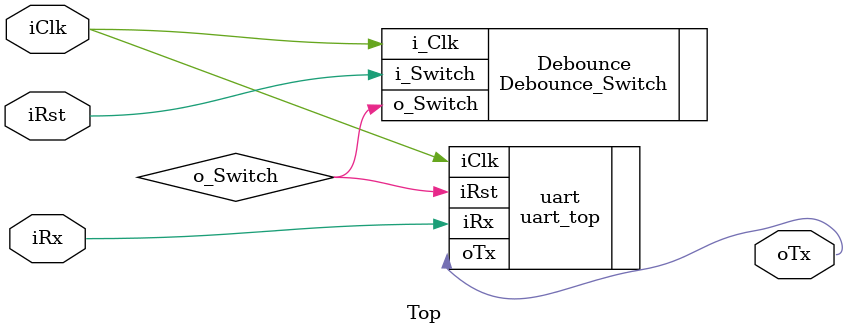
<source format=v>
`timescale 1ns / 1ps

module Top (
    input  wire iClk,
    input  wire iRst,
    input  wire iRx,
    output wire oTx);

wire o_Switch;

Debounce_Switch Debounce(
    .i_Clk(iClk),
    .i_Switch(iRst),
    .o_Switch(o_Switch)
);

uart_top uart(
    .iClk(iClk),
    .iRst(o_Switch),
    .iRx(iRx),
    .oTx(oTx)
);


endmodule
</source>
